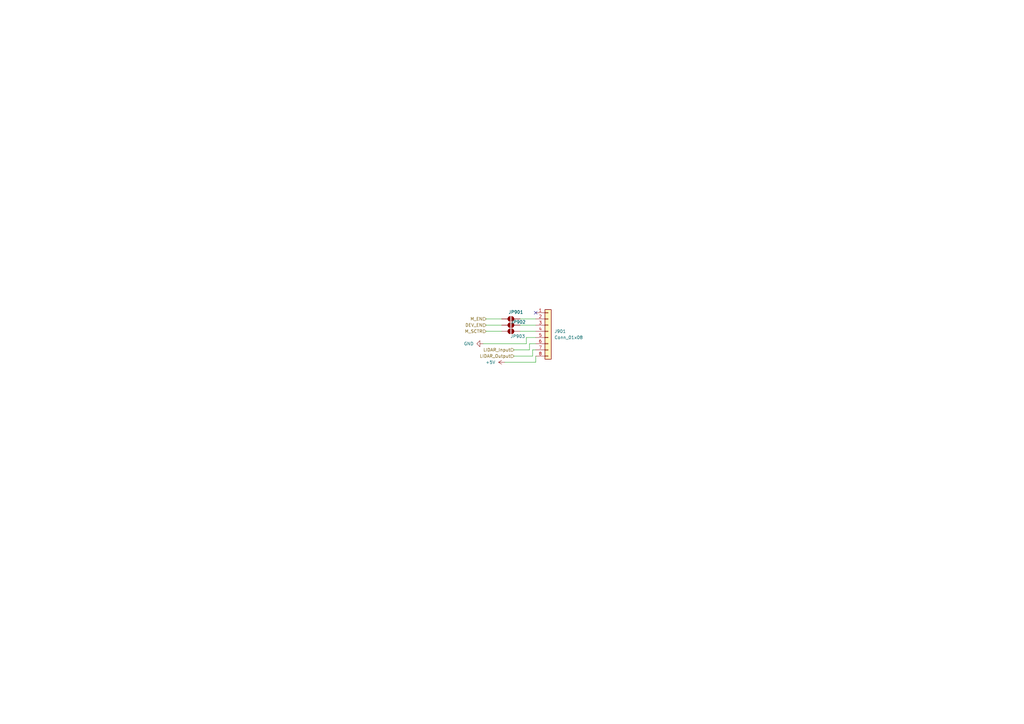
<source format=kicad_sch>
(kicad_sch (version 20231120) (generator "eeschema") (generator_version "8.0")
  (paper "A3")
  (lib_symbols
    (symbol "Connector_Generic:Conn_01x08" (pin_names (offset 1.016) hide)
      (property "Reference" "J" (at 0 10.16 0))
      (property "Value" "Conn_01x08" (at 0 -12.7 0))
      (symbol "Conn_01x08_1_1"
        (rectangle (start -1.27 -10.033) (end 0 -10.287) (stroke (width 0.1524)))
        (rectangle (start -1.27 -7.493) (end 0 -7.747) (stroke (width 0.1524)))
        (rectangle (start -1.27 -4.953) (end 0 -5.207) (stroke (width 0.1524)))
        (rectangle (start -1.27 -2.413) (end 0 -2.667) (stroke (width 0.1524)))
        (rectangle (start -1.27 0.127) (end 0 -0.127) (stroke (width 0.1524)))
        (rectangle (start -1.27 2.667) (end 0 2.413) (stroke (width 0.1524)))
        (rectangle (start -1.27 5.207) (end 0 4.953) (stroke (width 0.1524)))
        (rectangle (start -1.27 7.747) (end 0 7.493) (stroke (width 0.1524)))
        (rectangle (start -1.27 8.89) (end 1.27 -11.43) (stroke (width 0.254)) (fill (type background)))
        (pin passive line (at -5.08 7.62 0) (length 3.81) (name "Pin_1") (number "1"))
        (pin passive line (at -5.08 5.08 0) (length 3.81) (name "Pin_2") (number "2"))
        (pin passive line (at -5.08 2.54 0) (length 3.81) (name "Pin_3") (number "3"))
        (pin passive line (at -5.08 0 0) (length 3.81) (name "Pin_4") (number "4"))
        (pin passive line (at -5.08 -2.54 0) (length 3.81) (name "Pin_5") (number "5"))
        (pin passive line (at -5.08 -5.08 0) (length 3.81) (name "Pin_6") (number "6"))
        (pin passive line (at -5.08 -7.62 0) (length 3.81) (name "Pin_7") (number "7"))
        (pin passive line (at -5.08 -10.16 0) (length 3.81) (name "Pin_8") (number "8"))
      )
    )
    (symbol "GND_3" (power) (pin_numbers hide) (pin_names (offset 0) hide)
      (property "Value" "GND" (at 0 -3.81 0))
      (symbol "GND_3_0_1"
        (polyline (pts (xy 0 0) (xy 0 -1.27) (xy 1.27 -1.27) (xy 0 -2.54) (xy -1.27 -1.27) (xy 0 -1.27)))
      )
      (symbol "GND_3_1_1"
        (pin power_in line (at 0 0 270) (length 0) (name "~") (number "1"))
      )
    )
    (symbol "Jumper:SolderJumper_2_Open" (pin_numbers hide) (pin_names (offset 0) hide) (exclude_from_sim yes) (in_bom no)
      (property "Reference" "JP" (at 0 2.032 0))
      (property "Value" "SolderJumper_2_Open" (at 0 -2.54 0))
      (symbol "SolderJumper_2_Open_0_1"
        (arc (start -0.254 1.016) (mid -1.2656 0) (end -0.254 -1.016))
        (arc (start -0.254 1.016) (mid -1.2656 0) (end -0.254 -1.016) (fill (type outline)))
        (polyline (pts (xy -0.254 1.016) (xy -0.254 -1.016)))
        (polyline (pts (xy 0.254 1.016) (xy 0.254 -1.016)))
        (arc (start 0.254 -1.016) (mid 1.2656 0) (end 0.254 1.016))
        (arc (start 0.254 -1.016) (mid 1.2656 0) (end 0.254 1.016) (fill (type outline)))
      )
      (symbol "SolderJumper_2_Open_1_1"
        (pin passive line (at -3.81 0 0) (length 2.54) (name "A") (number "1"))
        (pin passive line (at 3.81 0 180) (length 2.54) (name "B") (number "2"))
      )
    )
    (symbol "power:+5V" (power) (pin_numbers hide) (pin_names (offset 0) hide)
      (property "Value" "+5V" (at 0 3.556 0))
      (symbol "+5V_0_1"
        (polyline (pts (xy -0.762 1.27) (xy 0 2.54)))
        (polyline (pts (xy 0 0) (xy 0 2.54)))
        (polyline (pts (xy 0 2.54) (xy 0.762 1.27)))
      )
      (symbol "+5V_1_1"
        (pin power_in line (at 0 0 90) (length 0) (name "~") (number "1"))
      )
    )
  )
  (no_connect (at 219.71 128.27))
  (wire (pts (xy 217.17 140.97) (xy 217.17 143.51)))
  (wire (pts (xy 215.9 140.97) (xy 198.12 140.97)))
  (wire (pts (xy 213.36 130.81) (xy 219.71 130.81)))
  (wire (pts (xy 218.44 143.51) (xy 218.44 146.05)))
  (wire (pts (xy 219.71 146.05) (xy 219.71 148.59)))
  (wire (pts (xy 213.36 135.89) (xy 219.71 135.89)))
  (wire (pts (xy 213.36 133.35) (xy 219.71 133.35)))
  (wire (pts (xy 218.44 146.05) (xy 210.82 146.05)))
  (wire (pts (xy 199.39 135.89) (xy 205.74 135.89)))
  (wire (pts (xy 199.39 130.81) (xy 205.74 130.81)))
  (wire (pts (xy 217.17 143.51) (xy 210.82 143.51)))
  (wire (pts (xy 219.71 143.51) (xy 218.44 143.51)))
  (wire (pts (xy 219.71 140.97) (xy 217.17 140.97)))
  (wire (pts (xy 219.71 138.43) (xy 215.9 138.43)))
  (wire (pts (xy 215.9 138.43) (xy 215.9 140.97)))
  (wire (pts (xy 207.01 148.59) (xy 219.71 148.59)))
  (wire (pts (xy 199.39 133.35) (xy 205.74 133.35)))
  (hierarchical_label "LIDAR_Input" (shape input) (at 210.82 143.51 180))
  (hierarchical_label "M_SCTR" (shape input) (at 199.39 135.89 180))
  (hierarchical_label "LIDAR_Output" (shape input) (at 210.82 146.05 180))
  (hierarchical_label "M_EN" (shape input) (at 199.39 130.81 180))
  (hierarchical_label "DEV_EN" (shape input) (at 199.39 133.35 180))
  (symbol (lib_id "power:+5V") (at 207.01 148.59 90) (unit 1)
    (property "Reference" "#PWR0902" (effects (hide yes)))
    (property "Value" "+5V" (at 203.2 148.5899 90) (effects (justify left)))
    (property "Description" "Power symbol creates a global label with name \"+5V\"" (effects (hide yes)))
  )
  (symbol (lib_id "Jumper:SolderJumper_2_Open") (at 209.55 135.89 0) (unit 1) (exclude_from_sim yes) (in_bom no)
    (property "Reference" "JP903" (at 212.344 137.922 0))
    (property "Value" "SolderJumper_2_Open" (effects (hide yes)))
    (property "Footprint" "Jumper:SolderJumper-2_P1.3mm_Open_TrianglePad1.0x1.5mm" (effects (hide yes)))
    (property "Description" "Solder Jumper, 2-pole, open" (effects (hide yes)))
  )
  (symbol (lib_id "Connector_Generic:Conn_01x08") (at 224.79 135.89 0) (unit 1)
    (property "Reference" "J901" (at 227.33 135.8899 0) (effects (justify left)))
    (property "Value" "Conn_01x08" (at 227.33 138.4299 0) (effects (justify left)))
    (property "Footprint" "Connector_JST:JST_XH_S8B-XH-A_1x08_P2.50mm_Horizontal" (effects (hide yes)))
    (property "Description" "Generic connector, single row, 01x08, script generated (kicad-library-utils/schlib/autogen/connector/)" (effects (hide yes)))
  )
  (symbol (lib_id "Jumper:SolderJumper_2_Open") (at 209.55 130.81 0) (unit 1) (exclude_from_sim yes) (in_bom no)
    (property "Reference" "JP901" (at 211.582 128.016 0))
    (property "Value" "SolderJumper_2_Open" (effects (hide yes)))
    (property "Footprint" "Jumper:SolderJumper-2_P1.3mm_Open_TrianglePad1.0x1.5mm" (effects (hide yes)))
    (property "Description" "Solder Jumper, 2-pole, open" (effects (hide yes)))
  )
  (symbol (lib_name "GND_3") (lib_id "power:GND") (at 198.12 140.97 270) (unit 1)
    (property "Reference" "#PWR0901" (effects (hide yes)))
    (property "Value" "GND" (at 194.31 140.9699 90) (effects (justify right)))
    (property "Description" "Power symbol creates a global label with name \"GND\" , ground" (effects (hide yes)))
  )
  (symbol (lib_id "Jumper:SolderJumper_2_Open") (at 209.55 133.35 0) (unit 1) (exclude_from_sim yes) (in_bom no)
    (property "Reference" "JP902" (at 212.598 132.08 0))
    (property "Value" "SolderJumper_2_Open" (effects (hide yes)))
    (property "Footprint" "Jumper:SolderJumper-2_P1.3mm_Open_TrianglePad1.0x1.5mm" (effects (hide yes)))
    (property "Description" "Solder Jumper, 2-pole, open" (effects (hide yes)))
  )
)
</source>
